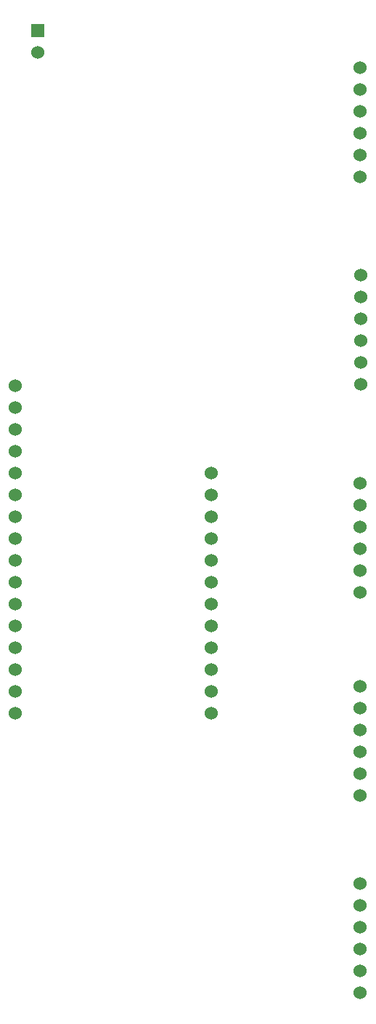
<source format=gbs>
%TF.GenerationSoftware,KiCad,Pcbnew,(6.0.2)*%
%TF.CreationDate,2022-04-04T15:14:36-07:00*%
%TF.ProjectId,tc_pcb_f,74635f70-6362-45f6-962e-6b696361645f,rev?*%
%TF.SameCoordinates,Original*%
%TF.FileFunction,Soldermask,Bot*%
%TF.FilePolarity,Negative*%
%FSLAX46Y46*%
G04 Gerber Fmt 4.6, Leading zero omitted, Abs format (unit mm)*
G04 Created by KiCad (PCBNEW (6.0.2)) date 2022-04-04 15:14:36*
%MOMM*%
%LPD*%
G01*
G04 APERTURE LIST*
%ADD10C,1.524000*%
%ADD11R,1.524000X1.524000*%
G04 APERTURE END LIST*
D10*
%TO.C,U6*%
X145621200Y-95676200D03*
X145621200Y-98216200D03*
X145621200Y-100756200D03*
X145621200Y-103296200D03*
X145621200Y-105836200D03*
X145621200Y-108376200D03*
%TD*%
%TO.C,U2*%
X145651200Y-71444600D03*
X145651200Y-73984600D03*
X145651200Y-76524600D03*
X145651200Y-79064600D03*
X145651200Y-81604600D03*
X145651200Y-84144600D03*
%TD*%
%TO.C,U3*%
X145575000Y-47314600D03*
X145575000Y-49854600D03*
X145575000Y-52394600D03*
X145575000Y-54934600D03*
X145575000Y-57474600D03*
X145575000Y-60014600D03*
%TD*%
%TO.C,U5*%
X145570400Y-119247400D03*
X145570400Y-121787400D03*
X145570400Y-124327400D03*
X145570400Y-126867400D03*
X145570400Y-129407400D03*
X145570400Y-131947400D03*
%TD*%
%TO.C,U4*%
X145595800Y-142259800D03*
X145595800Y-144799800D03*
X145595800Y-147339800D03*
X145595800Y-149879800D03*
X145595800Y-152419800D03*
X145595800Y-154959800D03*
%TD*%
D11*
%TO.C,U7*%
X108026200Y-43027600D03*
D10*
X108026200Y-45567600D03*
%TD*%
%TO.C,U1*%
X105410000Y-84328000D03*
X105410000Y-86868000D03*
X105410000Y-89408000D03*
X105410000Y-91948000D03*
X105410000Y-94488000D03*
X105410000Y-97028000D03*
X105410000Y-99568000D03*
X105410000Y-102108000D03*
X105410000Y-104648000D03*
X105410000Y-107188000D03*
X105410000Y-109728000D03*
X105410000Y-112268000D03*
X105410000Y-114808000D03*
X105410000Y-117348000D03*
X105410000Y-119888000D03*
X105410000Y-122428000D03*
X128270000Y-122428000D03*
X128270000Y-119888000D03*
X128270000Y-117348000D03*
X128270000Y-114808000D03*
X128270000Y-112268000D03*
X128270000Y-109728000D03*
X128270000Y-107188000D03*
X128270000Y-104648000D03*
X128270000Y-102108000D03*
X128270000Y-99568000D03*
X128270000Y-97028000D03*
X128270000Y-94488000D03*
%TD*%
M02*

</source>
